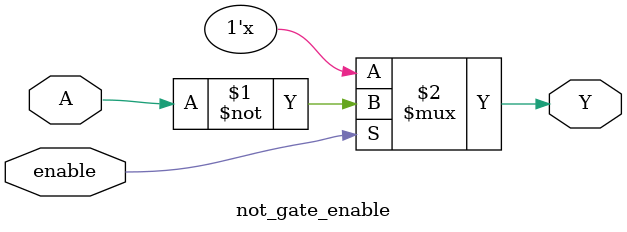
<source format=sv>
module not_gate_enable (
    input wire A,
    input wire enable,
    output wire Y
);
    assign Y = enable ? ~A : 1'bz;
endmodule

</source>
